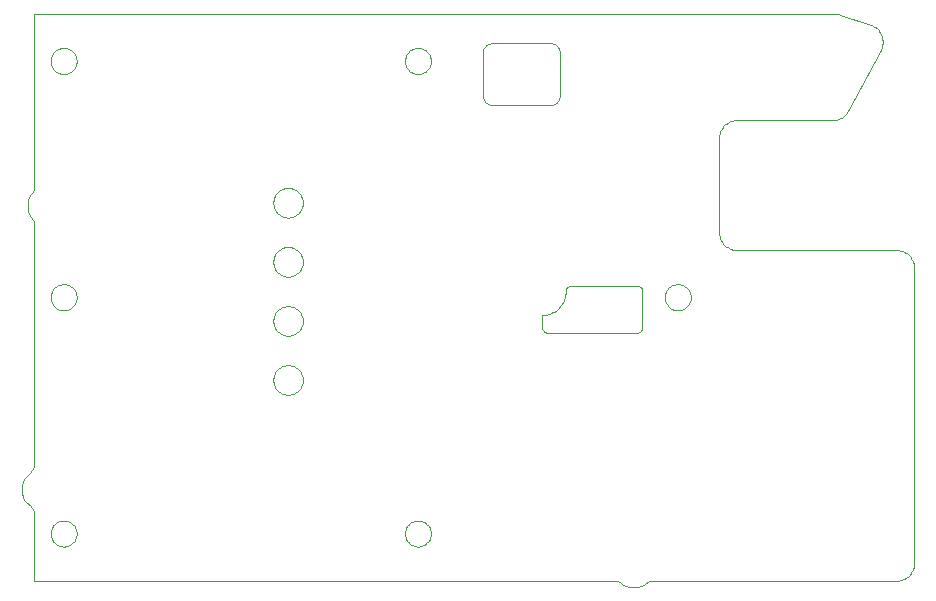
<source format=gko>
G75*
G70*
%OFA0B0*%
%FSLAX24Y24*%
%IPPOS*%
%LPD*%
%AMOC8*
5,1,8,0,0,1.08239X$1,22.5*
%
%ADD10C,0.0000*%
D10*
X010181Y005929D02*
X010179Y005968D01*
X010173Y006006D01*
X010164Y006043D01*
X010151Y006080D01*
X010134Y006115D01*
X010115Y006148D01*
X010092Y006179D01*
X010066Y006208D01*
X010065Y006207D02*
X009902Y006370D01*
X009787Y006649D02*
X009787Y006913D01*
X009902Y007192D02*
X010065Y007355D01*
X010181Y007633D02*
X010181Y015622D01*
X010180Y015622D02*
X010178Y015653D01*
X010173Y015684D01*
X010164Y015714D01*
X010152Y015743D01*
X010137Y015770D01*
X010119Y015795D01*
X010099Y015819D01*
X009984Y016098D02*
X009984Y016410D01*
X009986Y016441D01*
X009991Y016472D01*
X010000Y016502D01*
X010012Y016531D01*
X010027Y016558D01*
X010045Y016583D01*
X010065Y016607D01*
X010181Y016885D02*
X010181Y022627D01*
X036857Y022627D01*
X037043Y022597D02*
X038061Y022258D01*
X038061Y022259D02*
X038105Y022242D01*
X038147Y022222D01*
X038187Y022199D01*
X038226Y022173D01*
X038262Y022143D01*
X038296Y022111D01*
X038328Y022077D01*
X038356Y022040D01*
X038382Y022001D01*
X038404Y021960D01*
X038423Y021917D01*
X038439Y021873D01*
X038451Y021828D01*
X038459Y021782D01*
X038464Y021735D01*
X038465Y021689D01*
X038462Y021642D01*
X038456Y021596D01*
X038446Y021550D01*
X038433Y021505D01*
X038416Y021462D01*
X038395Y021420D01*
X037316Y019397D01*
X037293Y019357D01*
X037267Y019320D01*
X037239Y019285D01*
X037207Y019252D01*
X037173Y019221D01*
X037137Y019193D01*
X037099Y019168D01*
X037059Y019146D01*
X037018Y019127D01*
X036975Y019112D01*
X036931Y019100D01*
X036886Y019091D01*
X036841Y019086D01*
X036795Y019084D01*
X033606Y019084D01*
X033606Y019085D02*
X033560Y019083D01*
X033514Y019078D01*
X033468Y019069D01*
X033423Y019056D01*
X033380Y019040D01*
X033338Y019021D01*
X033297Y018998D01*
X033259Y018972D01*
X033222Y018943D01*
X033188Y018912D01*
X033157Y018878D01*
X033128Y018841D01*
X033102Y018803D01*
X033079Y018762D01*
X033060Y018720D01*
X033044Y018677D01*
X033031Y018632D01*
X033022Y018586D01*
X033017Y018540D01*
X033015Y018494D01*
X033015Y015344D01*
X033017Y015298D01*
X033022Y015252D01*
X033031Y015206D01*
X033044Y015161D01*
X033060Y015118D01*
X033079Y015076D01*
X033102Y015035D01*
X033128Y014997D01*
X033157Y014960D01*
X033188Y014926D01*
X033222Y014895D01*
X033259Y014866D01*
X033297Y014840D01*
X033338Y014817D01*
X033380Y014798D01*
X033423Y014782D01*
X033468Y014769D01*
X033514Y014760D01*
X033560Y014755D01*
X033606Y014753D01*
X038921Y014753D01*
X038921Y014754D02*
X038967Y014752D01*
X039013Y014747D01*
X039059Y014738D01*
X039104Y014725D01*
X039147Y014709D01*
X039189Y014690D01*
X039230Y014667D01*
X039268Y014641D01*
X039305Y014612D01*
X039339Y014581D01*
X039370Y014547D01*
X039399Y014510D01*
X039425Y014472D01*
X039448Y014431D01*
X039467Y014389D01*
X039483Y014346D01*
X039496Y014301D01*
X039505Y014255D01*
X039510Y014209D01*
X039512Y014163D01*
X039511Y014163D02*
X039511Y004320D01*
X039512Y004320D02*
X039510Y004274D01*
X039505Y004228D01*
X039496Y004182D01*
X039483Y004137D01*
X039467Y004094D01*
X039448Y004052D01*
X039425Y004011D01*
X039399Y003973D01*
X039370Y003936D01*
X039339Y003902D01*
X039305Y003871D01*
X039268Y003842D01*
X039230Y003816D01*
X039189Y003793D01*
X039147Y003774D01*
X039104Y003758D01*
X039059Y003745D01*
X039013Y003736D01*
X038967Y003731D01*
X038921Y003729D01*
X038921Y003730D02*
X030769Y003730D01*
X030769Y003729D02*
X030738Y003727D01*
X030707Y003722D01*
X030677Y003713D01*
X030648Y003701D01*
X030621Y003686D01*
X030596Y003668D01*
X030572Y003648D01*
X030293Y003533D02*
X030029Y003533D01*
X029990Y003535D01*
X029952Y003541D01*
X029915Y003550D01*
X029878Y003563D01*
X029843Y003580D01*
X029810Y003599D01*
X029779Y003622D01*
X029750Y003648D01*
X029554Y003730D02*
X010181Y003730D01*
X010181Y005929D01*
X009902Y006370D02*
X009876Y006399D01*
X009853Y006430D01*
X009834Y006463D01*
X009817Y006498D01*
X009804Y006535D01*
X009795Y006572D01*
X009789Y006610D01*
X009787Y006649D01*
X009787Y006913D02*
X009789Y006952D01*
X009795Y006990D01*
X009804Y007027D01*
X009817Y007064D01*
X009834Y007099D01*
X009853Y007132D01*
X009876Y007163D01*
X009902Y007192D01*
X010066Y007354D02*
X010092Y007383D01*
X010115Y007414D01*
X010134Y007447D01*
X010151Y007482D01*
X010164Y007519D01*
X010173Y007556D01*
X010179Y007594D01*
X010181Y007633D01*
X010732Y005305D02*
X010734Y005346D01*
X010740Y005387D01*
X010750Y005427D01*
X010763Y005466D01*
X010780Y005503D01*
X010801Y005539D01*
X010825Y005573D01*
X010852Y005604D01*
X010881Y005632D01*
X010914Y005658D01*
X010948Y005680D01*
X010985Y005699D01*
X011023Y005714D01*
X011063Y005726D01*
X011103Y005734D01*
X011144Y005738D01*
X011186Y005738D01*
X011227Y005734D01*
X011267Y005726D01*
X011307Y005714D01*
X011345Y005699D01*
X011381Y005680D01*
X011416Y005658D01*
X011449Y005632D01*
X011478Y005604D01*
X011505Y005573D01*
X011529Y005539D01*
X011550Y005503D01*
X011567Y005466D01*
X011580Y005427D01*
X011590Y005387D01*
X011596Y005346D01*
X011598Y005305D01*
X011596Y005264D01*
X011590Y005223D01*
X011580Y005183D01*
X011567Y005144D01*
X011550Y005107D01*
X011529Y005071D01*
X011505Y005037D01*
X011478Y005006D01*
X011449Y004978D01*
X011416Y004952D01*
X011382Y004930D01*
X011345Y004911D01*
X011307Y004896D01*
X011267Y004884D01*
X011227Y004876D01*
X011186Y004872D01*
X011144Y004872D01*
X011103Y004876D01*
X011063Y004884D01*
X011023Y004896D01*
X010985Y004911D01*
X010949Y004930D01*
X010914Y004952D01*
X010881Y004978D01*
X010852Y005006D01*
X010825Y005037D01*
X010801Y005071D01*
X010780Y005107D01*
X010763Y005144D01*
X010750Y005183D01*
X010740Y005223D01*
X010734Y005264D01*
X010732Y005305D01*
X018153Y010423D02*
X018155Y010467D01*
X018161Y010511D01*
X018171Y010554D01*
X018184Y010596D01*
X018202Y010636D01*
X018223Y010675D01*
X018247Y010712D01*
X018274Y010747D01*
X018305Y010779D01*
X018338Y010808D01*
X018374Y010834D01*
X018412Y010856D01*
X018452Y010875D01*
X018493Y010891D01*
X018536Y010903D01*
X018579Y010911D01*
X018623Y010915D01*
X018667Y010915D01*
X018711Y010911D01*
X018754Y010903D01*
X018797Y010891D01*
X018838Y010875D01*
X018878Y010856D01*
X018916Y010834D01*
X018952Y010808D01*
X018985Y010779D01*
X019016Y010747D01*
X019043Y010712D01*
X019067Y010675D01*
X019088Y010636D01*
X019106Y010596D01*
X019119Y010554D01*
X019129Y010511D01*
X019135Y010467D01*
X019137Y010423D01*
X019135Y010379D01*
X019129Y010335D01*
X019119Y010292D01*
X019106Y010250D01*
X019088Y010210D01*
X019067Y010171D01*
X019043Y010134D01*
X019016Y010099D01*
X018985Y010067D01*
X018952Y010038D01*
X018916Y010012D01*
X018878Y009990D01*
X018838Y009971D01*
X018797Y009955D01*
X018754Y009943D01*
X018711Y009935D01*
X018667Y009931D01*
X018623Y009931D01*
X018579Y009935D01*
X018536Y009943D01*
X018493Y009955D01*
X018452Y009971D01*
X018412Y009990D01*
X018374Y010012D01*
X018338Y010038D01*
X018305Y010067D01*
X018274Y010099D01*
X018247Y010134D01*
X018223Y010171D01*
X018202Y010210D01*
X018184Y010250D01*
X018171Y010292D01*
X018161Y010335D01*
X018155Y010379D01*
X018153Y010423D01*
X018153Y012391D02*
X018155Y012435D01*
X018161Y012479D01*
X018171Y012522D01*
X018184Y012564D01*
X018202Y012604D01*
X018223Y012643D01*
X018247Y012680D01*
X018274Y012715D01*
X018305Y012747D01*
X018338Y012776D01*
X018374Y012802D01*
X018412Y012824D01*
X018452Y012843D01*
X018493Y012859D01*
X018536Y012871D01*
X018579Y012879D01*
X018623Y012883D01*
X018667Y012883D01*
X018711Y012879D01*
X018754Y012871D01*
X018797Y012859D01*
X018838Y012843D01*
X018878Y012824D01*
X018916Y012802D01*
X018952Y012776D01*
X018985Y012747D01*
X019016Y012715D01*
X019043Y012680D01*
X019067Y012643D01*
X019088Y012604D01*
X019106Y012564D01*
X019119Y012522D01*
X019129Y012479D01*
X019135Y012435D01*
X019137Y012391D01*
X019135Y012347D01*
X019129Y012303D01*
X019119Y012260D01*
X019106Y012218D01*
X019088Y012178D01*
X019067Y012139D01*
X019043Y012102D01*
X019016Y012067D01*
X018985Y012035D01*
X018952Y012006D01*
X018916Y011980D01*
X018878Y011958D01*
X018838Y011939D01*
X018797Y011923D01*
X018754Y011911D01*
X018711Y011903D01*
X018667Y011899D01*
X018623Y011899D01*
X018579Y011903D01*
X018536Y011911D01*
X018493Y011923D01*
X018452Y011939D01*
X018412Y011958D01*
X018374Y011980D01*
X018338Y012006D01*
X018305Y012035D01*
X018274Y012067D01*
X018247Y012102D01*
X018223Y012139D01*
X018202Y012178D01*
X018184Y012218D01*
X018171Y012260D01*
X018161Y012303D01*
X018155Y012347D01*
X018153Y012391D01*
X018153Y014360D02*
X018155Y014404D01*
X018161Y014448D01*
X018171Y014491D01*
X018184Y014533D01*
X018202Y014573D01*
X018223Y014612D01*
X018247Y014649D01*
X018274Y014684D01*
X018305Y014716D01*
X018338Y014745D01*
X018374Y014771D01*
X018412Y014793D01*
X018452Y014812D01*
X018493Y014828D01*
X018536Y014840D01*
X018579Y014848D01*
X018623Y014852D01*
X018667Y014852D01*
X018711Y014848D01*
X018754Y014840D01*
X018797Y014828D01*
X018838Y014812D01*
X018878Y014793D01*
X018916Y014771D01*
X018952Y014745D01*
X018985Y014716D01*
X019016Y014684D01*
X019043Y014649D01*
X019067Y014612D01*
X019088Y014573D01*
X019106Y014533D01*
X019119Y014491D01*
X019129Y014448D01*
X019135Y014404D01*
X019137Y014360D01*
X019135Y014316D01*
X019129Y014272D01*
X019119Y014229D01*
X019106Y014187D01*
X019088Y014147D01*
X019067Y014108D01*
X019043Y014071D01*
X019016Y014036D01*
X018985Y014004D01*
X018952Y013975D01*
X018916Y013949D01*
X018878Y013927D01*
X018838Y013908D01*
X018797Y013892D01*
X018754Y013880D01*
X018711Y013872D01*
X018667Y013868D01*
X018623Y013868D01*
X018579Y013872D01*
X018536Y013880D01*
X018493Y013892D01*
X018452Y013908D01*
X018412Y013927D01*
X018374Y013949D01*
X018338Y013975D01*
X018305Y014004D01*
X018274Y014036D01*
X018247Y014071D01*
X018223Y014108D01*
X018202Y014147D01*
X018184Y014187D01*
X018171Y014229D01*
X018161Y014272D01*
X018155Y014316D01*
X018153Y014360D01*
X018153Y016328D02*
X018155Y016372D01*
X018161Y016416D01*
X018171Y016459D01*
X018184Y016501D01*
X018202Y016541D01*
X018223Y016580D01*
X018247Y016617D01*
X018274Y016652D01*
X018305Y016684D01*
X018338Y016713D01*
X018374Y016739D01*
X018412Y016761D01*
X018452Y016780D01*
X018493Y016796D01*
X018536Y016808D01*
X018579Y016816D01*
X018623Y016820D01*
X018667Y016820D01*
X018711Y016816D01*
X018754Y016808D01*
X018797Y016796D01*
X018838Y016780D01*
X018878Y016761D01*
X018916Y016739D01*
X018952Y016713D01*
X018985Y016684D01*
X019016Y016652D01*
X019043Y016617D01*
X019067Y016580D01*
X019088Y016541D01*
X019106Y016501D01*
X019119Y016459D01*
X019129Y016416D01*
X019135Y016372D01*
X019137Y016328D01*
X019135Y016284D01*
X019129Y016240D01*
X019119Y016197D01*
X019106Y016155D01*
X019088Y016115D01*
X019067Y016076D01*
X019043Y016039D01*
X019016Y016004D01*
X018985Y015972D01*
X018952Y015943D01*
X018916Y015917D01*
X018878Y015895D01*
X018838Y015876D01*
X018797Y015860D01*
X018754Y015848D01*
X018711Y015840D01*
X018667Y015836D01*
X018623Y015836D01*
X018579Y015840D01*
X018536Y015848D01*
X018493Y015860D01*
X018452Y015876D01*
X018412Y015895D01*
X018374Y015917D01*
X018338Y015943D01*
X018305Y015972D01*
X018274Y016004D01*
X018247Y016039D01*
X018223Y016076D01*
X018202Y016115D01*
X018184Y016155D01*
X018171Y016197D01*
X018161Y016240D01*
X018155Y016284D01*
X018153Y016328D01*
X010732Y013179D02*
X010734Y013220D01*
X010740Y013261D01*
X010750Y013301D01*
X010763Y013340D01*
X010780Y013377D01*
X010801Y013413D01*
X010825Y013447D01*
X010852Y013478D01*
X010881Y013506D01*
X010914Y013532D01*
X010948Y013554D01*
X010985Y013573D01*
X011023Y013588D01*
X011063Y013600D01*
X011103Y013608D01*
X011144Y013612D01*
X011186Y013612D01*
X011227Y013608D01*
X011267Y013600D01*
X011307Y013588D01*
X011345Y013573D01*
X011381Y013554D01*
X011416Y013532D01*
X011449Y013506D01*
X011478Y013478D01*
X011505Y013447D01*
X011529Y013413D01*
X011550Y013377D01*
X011567Y013340D01*
X011580Y013301D01*
X011590Y013261D01*
X011596Y013220D01*
X011598Y013179D01*
X011596Y013138D01*
X011590Y013097D01*
X011580Y013057D01*
X011567Y013018D01*
X011550Y012981D01*
X011529Y012945D01*
X011505Y012911D01*
X011478Y012880D01*
X011449Y012852D01*
X011416Y012826D01*
X011382Y012804D01*
X011345Y012785D01*
X011307Y012770D01*
X011267Y012758D01*
X011227Y012750D01*
X011186Y012746D01*
X011144Y012746D01*
X011103Y012750D01*
X011063Y012758D01*
X011023Y012770D01*
X010985Y012785D01*
X010949Y012804D01*
X010914Y012826D01*
X010881Y012852D01*
X010852Y012880D01*
X010825Y012911D01*
X010801Y012945D01*
X010780Y012981D01*
X010763Y013018D01*
X010750Y013057D01*
X010740Y013097D01*
X010734Y013138D01*
X010732Y013179D01*
X010099Y015819D02*
X010073Y015848D01*
X010050Y015879D01*
X010031Y015912D01*
X010014Y015947D01*
X010001Y015984D01*
X009992Y016021D01*
X009986Y016059D01*
X009984Y016098D01*
X010066Y016606D02*
X010092Y016635D01*
X010115Y016666D01*
X010134Y016699D01*
X010151Y016734D01*
X010164Y016771D01*
X010173Y016808D01*
X010179Y016846D01*
X010181Y016885D01*
X010732Y021053D02*
X010734Y021094D01*
X010740Y021135D01*
X010750Y021175D01*
X010763Y021214D01*
X010780Y021251D01*
X010801Y021287D01*
X010825Y021321D01*
X010852Y021352D01*
X010881Y021380D01*
X010914Y021406D01*
X010948Y021428D01*
X010985Y021447D01*
X011023Y021462D01*
X011063Y021474D01*
X011103Y021482D01*
X011144Y021486D01*
X011186Y021486D01*
X011227Y021482D01*
X011267Y021474D01*
X011307Y021462D01*
X011345Y021447D01*
X011381Y021428D01*
X011416Y021406D01*
X011449Y021380D01*
X011478Y021352D01*
X011505Y021321D01*
X011529Y021287D01*
X011550Y021251D01*
X011567Y021214D01*
X011580Y021175D01*
X011590Y021135D01*
X011596Y021094D01*
X011598Y021053D01*
X011596Y021012D01*
X011590Y020971D01*
X011580Y020931D01*
X011567Y020892D01*
X011550Y020855D01*
X011529Y020819D01*
X011505Y020785D01*
X011478Y020754D01*
X011449Y020726D01*
X011416Y020700D01*
X011382Y020678D01*
X011345Y020659D01*
X011307Y020644D01*
X011267Y020632D01*
X011227Y020624D01*
X011186Y020620D01*
X011144Y020620D01*
X011103Y020624D01*
X011063Y020632D01*
X011023Y020644D01*
X010985Y020659D01*
X010949Y020678D01*
X010914Y020700D01*
X010881Y020726D01*
X010852Y020754D01*
X010825Y020785D01*
X010801Y020819D01*
X010780Y020855D01*
X010763Y020892D01*
X010750Y020931D01*
X010740Y020971D01*
X010734Y021012D01*
X010732Y021053D01*
X022543Y021053D02*
X022545Y021094D01*
X022551Y021135D01*
X022561Y021175D01*
X022574Y021214D01*
X022591Y021251D01*
X022612Y021287D01*
X022636Y021321D01*
X022663Y021352D01*
X022692Y021380D01*
X022725Y021406D01*
X022759Y021428D01*
X022796Y021447D01*
X022834Y021462D01*
X022874Y021474D01*
X022914Y021482D01*
X022955Y021486D01*
X022997Y021486D01*
X023038Y021482D01*
X023078Y021474D01*
X023118Y021462D01*
X023156Y021447D01*
X023192Y021428D01*
X023227Y021406D01*
X023260Y021380D01*
X023289Y021352D01*
X023316Y021321D01*
X023340Y021287D01*
X023361Y021251D01*
X023378Y021214D01*
X023391Y021175D01*
X023401Y021135D01*
X023407Y021094D01*
X023409Y021053D01*
X023407Y021012D01*
X023401Y020971D01*
X023391Y020931D01*
X023378Y020892D01*
X023361Y020855D01*
X023340Y020819D01*
X023316Y020785D01*
X023289Y020754D01*
X023260Y020726D01*
X023227Y020700D01*
X023193Y020678D01*
X023156Y020659D01*
X023118Y020644D01*
X023078Y020632D01*
X023038Y020624D01*
X022997Y020620D01*
X022955Y020620D01*
X022914Y020624D01*
X022874Y020632D01*
X022834Y020644D01*
X022796Y020659D01*
X022760Y020678D01*
X022725Y020700D01*
X022692Y020726D01*
X022663Y020754D01*
X022636Y020785D01*
X022612Y020819D01*
X022591Y020855D01*
X022574Y020892D01*
X022561Y020931D01*
X022551Y020971D01*
X022545Y021012D01*
X022543Y021053D01*
X025141Y021348D02*
X025141Y019970D01*
X025138Y019934D01*
X025139Y019898D01*
X025143Y019861D01*
X025151Y019826D01*
X025163Y019791D01*
X025178Y019758D01*
X025197Y019727D01*
X025219Y019698D01*
X025244Y019671D01*
X025271Y019647D01*
X025301Y019626D01*
X025333Y019609D01*
X025366Y019594D01*
X025401Y019584D01*
X025437Y019576D01*
X027405Y019576D01*
X027441Y019584D01*
X027476Y019594D01*
X027509Y019609D01*
X027541Y019626D01*
X027571Y019647D01*
X027598Y019671D01*
X027623Y019698D01*
X027645Y019727D01*
X027664Y019758D01*
X027679Y019791D01*
X027691Y019826D01*
X027699Y019861D01*
X027703Y019898D01*
X027704Y019934D01*
X027701Y019970D01*
X027700Y019970D02*
X027700Y021348D01*
X027698Y021381D01*
X027693Y021414D01*
X027683Y021445D01*
X027671Y021476D01*
X027655Y021505D01*
X027636Y021532D01*
X027614Y021557D01*
X027589Y021579D01*
X027562Y021598D01*
X027533Y021614D01*
X027502Y021626D01*
X027471Y021636D01*
X027438Y021641D01*
X027405Y021643D01*
X025437Y021643D01*
X025404Y021641D01*
X025371Y021636D01*
X025340Y021626D01*
X025309Y021614D01*
X025280Y021598D01*
X025253Y021579D01*
X025228Y021557D01*
X025206Y021532D01*
X025187Y021505D01*
X025171Y021476D01*
X025159Y021445D01*
X025149Y021414D01*
X025144Y021381D01*
X025142Y021348D01*
X036857Y022628D02*
X036905Y022626D01*
X036952Y022620D01*
X036998Y022611D01*
X037044Y022598D01*
X030260Y013572D02*
X028094Y013572D01*
X028068Y013570D01*
X028043Y013565D01*
X028019Y013557D01*
X027995Y013546D01*
X027974Y013531D01*
X027955Y013514D01*
X027938Y013495D01*
X027923Y013474D01*
X027912Y013450D01*
X027904Y013426D01*
X027899Y013401D01*
X027897Y013375D01*
X027895Y013321D01*
X027890Y013268D01*
X027881Y013215D01*
X027868Y013163D01*
X027852Y013111D01*
X027832Y013061D01*
X027809Y013013D01*
X027782Y012966D01*
X027753Y012921D01*
X027720Y012878D01*
X027685Y012838D01*
X027647Y012800D01*
X027607Y012765D01*
X027564Y012732D01*
X027519Y012703D01*
X027472Y012676D01*
X027424Y012653D01*
X027374Y012633D01*
X027322Y012617D01*
X027270Y012604D01*
X027217Y012595D01*
X027164Y012590D01*
X027110Y012588D01*
X027110Y012194D01*
X027112Y012168D01*
X027117Y012143D01*
X027125Y012119D01*
X027136Y012096D01*
X027151Y012074D01*
X027168Y012055D01*
X027187Y012038D01*
X027208Y012023D01*
X027232Y012012D01*
X027256Y012004D01*
X027281Y011999D01*
X027307Y011997D01*
X030260Y011997D01*
X030286Y011999D01*
X030311Y012004D01*
X030335Y012012D01*
X030358Y012023D01*
X030380Y012038D01*
X030399Y012055D01*
X030416Y012074D01*
X030431Y012095D01*
X030442Y012119D01*
X030450Y012143D01*
X030455Y012168D01*
X030457Y012194D01*
X030456Y012194D02*
X030456Y013375D01*
X030457Y013375D02*
X030455Y013401D01*
X030450Y013426D01*
X030442Y013450D01*
X030431Y013473D01*
X030416Y013495D01*
X030399Y013514D01*
X030380Y013531D01*
X030359Y013546D01*
X030335Y013557D01*
X030311Y013565D01*
X030286Y013570D01*
X030260Y013572D01*
X031204Y013179D02*
X031206Y013220D01*
X031212Y013261D01*
X031222Y013301D01*
X031235Y013340D01*
X031252Y013377D01*
X031273Y013413D01*
X031297Y013447D01*
X031324Y013478D01*
X031353Y013506D01*
X031386Y013532D01*
X031420Y013554D01*
X031457Y013573D01*
X031495Y013588D01*
X031535Y013600D01*
X031575Y013608D01*
X031616Y013612D01*
X031658Y013612D01*
X031699Y013608D01*
X031739Y013600D01*
X031779Y013588D01*
X031817Y013573D01*
X031853Y013554D01*
X031888Y013532D01*
X031921Y013506D01*
X031950Y013478D01*
X031977Y013447D01*
X032001Y013413D01*
X032022Y013377D01*
X032039Y013340D01*
X032052Y013301D01*
X032062Y013261D01*
X032068Y013220D01*
X032070Y013179D01*
X032068Y013138D01*
X032062Y013097D01*
X032052Y013057D01*
X032039Y013018D01*
X032022Y012981D01*
X032001Y012945D01*
X031977Y012911D01*
X031950Y012880D01*
X031921Y012852D01*
X031888Y012826D01*
X031854Y012804D01*
X031817Y012785D01*
X031779Y012770D01*
X031739Y012758D01*
X031699Y012750D01*
X031658Y012746D01*
X031616Y012746D01*
X031575Y012750D01*
X031535Y012758D01*
X031495Y012770D01*
X031457Y012785D01*
X031421Y012804D01*
X031386Y012826D01*
X031353Y012852D01*
X031324Y012880D01*
X031297Y012911D01*
X031273Y012945D01*
X031252Y012981D01*
X031235Y013018D01*
X031222Y013057D01*
X031212Y013097D01*
X031206Y013138D01*
X031204Y013179D01*
X022543Y005305D02*
X022545Y005346D01*
X022551Y005387D01*
X022561Y005427D01*
X022574Y005466D01*
X022591Y005503D01*
X022612Y005539D01*
X022636Y005573D01*
X022663Y005604D01*
X022692Y005632D01*
X022725Y005658D01*
X022759Y005680D01*
X022796Y005699D01*
X022834Y005714D01*
X022874Y005726D01*
X022914Y005734D01*
X022955Y005738D01*
X022997Y005738D01*
X023038Y005734D01*
X023078Y005726D01*
X023118Y005714D01*
X023156Y005699D01*
X023192Y005680D01*
X023227Y005658D01*
X023260Y005632D01*
X023289Y005604D01*
X023316Y005573D01*
X023340Y005539D01*
X023361Y005503D01*
X023378Y005466D01*
X023391Y005427D01*
X023401Y005387D01*
X023407Y005346D01*
X023409Y005305D01*
X023407Y005264D01*
X023401Y005223D01*
X023391Y005183D01*
X023378Y005144D01*
X023361Y005107D01*
X023340Y005071D01*
X023316Y005037D01*
X023289Y005006D01*
X023260Y004978D01*
X023227Y004952D01*
X023193Y004930D01*
X023156Y004911D01*
X023118Y004896D01*
X023078Y004884D01*
X023038Y004876D01*
X022997Y004872D01*
X022955Y004872D01*
X022914Y004876D01*
X022874Y004884D01*
X022834Y004896D01*
X022796Y004911D01*
X022760Y004930D01*
X022725Y004952D01*
X022692Y004978D01*
X022663Y005006D01*
X022636Y005037D01*
X022612Y005071D01*
X022591Y005107D01*
X022574Y005144D01*
X022561Y005183D01*
X022551Y005223D01*
X022545Y005264D01*
X022543Y005305D01*
X029554Y003729D02*
X029585Y003727D01*
X029616Y003722D01*
X029646Y003713D01*
X029675Y003701D01*
X029702Y003686D01*
X029727Y003668D01*
X029751Y003648D01*
X030293Y003533D02*
X030332Y003535D01*
X030370Y003541D01*
X030407Y003550D01*
X030444Y003563D01*
X030479Y003580D01*
X030512Y003599D01*
X030543Y003622D01*
X030572Y003648D01*
M02*

</source>
